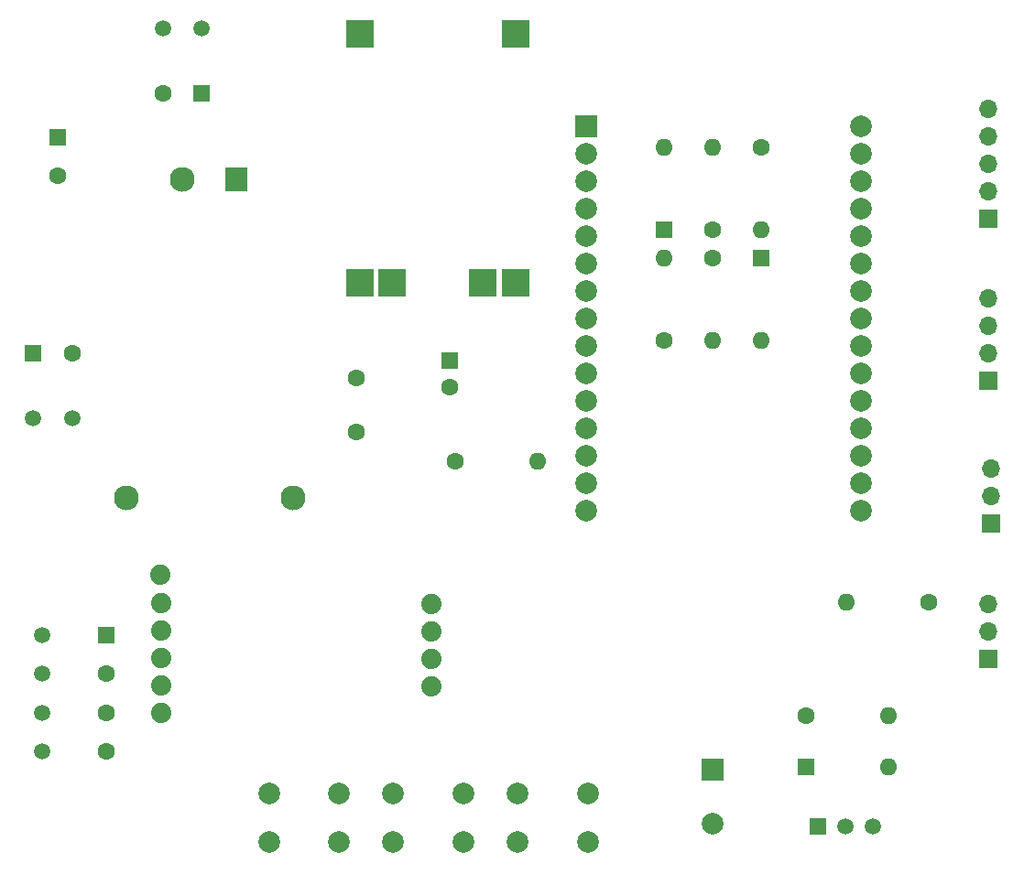
<source format=gbr>
%TF.GenerationSoftware,KiCad,Pcbnew,(6.0.1)*%
%TF.CreationDate,2022-06-09T16:49:39-03:00*%
%TF.ProjectId,alimentador automatico para pets,616c696d-656e-4746-9164-6f7220617574,rev?*%
%TF.SameCoordinates,Original*%
%TF.FileFunction,Soldermask,Top*%
%TF.FilePolarity,Negative*%
%FSLAX46Y46*%
G04 Gerber Fmt 4.6, Leading zero omitted, Abs format (unit mm)*
G04 Created by KiCad (PCBNEW (6.0.1)) date 2022-06-09 16:49:39*
%MOMM*%
%LPD*%
G01*
G04 APERTURE LIST*
G04 Aperture macros list*
%AMRoundRect*
0 Rectangle with rounded corners*
0 $1 Rounding radius*
0 $2 $3 $4 $5 $6 $7 $8 $9 X,Y pos of 4 corners*
0 Add a 4 corners polygon primitive as box body*
4,1,4,$2,$3,$4,$5,$6,$7,$8,$9,$2,$3,0*
0 Add four circle primitives for the rounded corners*
1,1,$1+$1,$2,$3*
1,1,$1+$1,$4,$5*
1,1,$1+$1,$6,$7*
1,1,$1+$1,$8,$9*
0 Add four rect primitives between the rounded corners*
20,1,$1+$1,$2,$3,$4,$5,0*
20,1,$1+$1,$4,$5,$6,$7,0*
20,1,$1+$1,$6,$7,$8,$9,0*
20,1,$1+$1,$8,$9,$2,$3,0*%
G04 Aperture macros list end*
%ADD10R,1.700000X1.700000*%
%ADD11O,1.700000X1.700000*%
%ADD12R,1.600000X1.600000*%
%ADD13O,1.600000X1.600000*%
%ADD14C,1.600000*%
%ADD15R,2.500000X2.500000*%
%ADD16C,1.500000*%
%ADD17RoundRect,0.250000X-0.550000X0.550000X-0.550000X-0.550000X0.550000X-0.550000X0.550000X0.550000X0*%
%ADD18RoundRect,0.250000X0.550000X0.550000X-0.550000X0.550000X-0.550000X-0.550000X0.550000X-0.550000X0*%
%ADD19R,1.500000X1.500000*%
%ADD20RoundRect,0.250000X-0.550000X-0.550000X0.550000X-0.550000X0.550000X0.550000X-0.550000X0.550000X0*%
%ADD21C,2.300000*%
%ADD22R,2.000000X2.300000*%
%ADD23C,1.879600*%
%ADD24R,2.000000X2.000000*%
%ADD25C,2.000000*%
G04 APERTURE END LIST*
D10*
%TO.C,J3*%
X114725000Y-74775000D03*
D11*
X114725000Y-72235000D03*
X114725000Y-69695000D03*
%TD*%
%TO.C,J4*%
X114500000Y-82195000D03*
X114500000Y-84735000D03*
D10*
X114500000Y-87275000D03*
%TD*%
D12*
%TO.C,D1*%
X93500000Y-50190000D03*
D13*
X93500000Y-57810000D03*
%TD*%
D14*
%TO.C,R6*%
X93500000Y-39940000D03*
D13*
X93500000Y-47560000D03*
%TD*%
D15*
%TO.C,U3*%
X70795000Y-29455000D03*
X56395000Y-29455000D03*
X56395000Y-52505000D03*
X59395000Y-52505000D03*
X67795000Y-52455000D03*
X70795000Y-52455000D03*
%TD*%
D16*
%TO.C,J2*%
X27000000Y-92270000D03*
X27000000Y-88670000D03*
X27000000Y-85070000D03*
X27000000Y-95870000D03*
D17*
X33000000Y-85070000D03*
D14*
X33000000Y-88670000D03*
X33000000Y-92270000D03*
X33000000Y-95870000D03*
%TD*%
%TO.C,R7*%
X97690000Y-92500000D03*
D13*
X105310000Y-92500000D03*
%TD*%
D14*
%TO.C,R3*%
X65190000Y-69000000D03*
D13*
X72810000Y-69000000D03*
%TD*%
D14*
%TO.C,C1*%
X56114000Y-66250000D03*
X56114000Y-61250000D03*
%TD*%
D16*
%TO.C,J1*%
X41800000Y-28975000D03*
X38200000Y-28975000D03*
D18*
X41800000Y-34975000D03*
D14*
X38200000Y-34975000D03*
%TD*%
%TO.C,R5*%
X84500000Y-57810000D03*
D13*
X84500000Y-50190000D03*
%TD*%
D19*
%TO.C,Q1*%
X98730000Y-102770000D03*
D16*
X101270000Y-102770000D03*
X103810000Y-102770000D03*
%TD*%
D10*
%TO.C,J6*%
X114500000Y-46550000D03*
D11*
X114500000Y-44010000D03*
X114500000Y-41470000D03*
X114500000Y-38930000D03*
X114500000Y-36390000D03*
%TD*%
D12*
%TO.C,D2*%
X84500000Y-47560000D03*
D13*
X84500000Y-39940000D03*
%TD*%
D16*
%TO.C,J7*%
X29800000Y-65025000D03*
X26200000Y-65025000D03*
D20*
X26200000Y-59025000D03*
D14*
X29800000Y-59025000D03*
%TD*%
D13*
%TO.C,R2*%
X101380000Y-82000000D03*
D14*
X109000000Y-82000000D03*
%TD*%
%TO.C,C2*%
X64750000Y-62172651D03*
D12*
X64750000Y-59672651D03*
%TD*%
D10*
%TO.C,J8*%
X114500000Y-61500000D03*
D11*
X114500000Y-58960000D03*
X114500000Y-56420000D03*
X114500000Y-53880000D03*
%TD*%
D17*
%TO.C,J5*%
X28500000Y-39000000D03*
D14*
X28500000Y-42600000D03*
%TD*%
D21*
%TO.C,PS1*%
X34800000Y-72337500D03*
X50200000Y-72337500D03*
X40000000Y-42937500D03*
D22*
X45000000Y-42937500D03*
%TD*%
D14*
%TO.C,R1*%
X89000000Y-47560000D03*
D13*
X89000000Y-39940000D03*
%TD*%
D14*
%TO.C,R4*%
X89000000Y-50190000D03*
D13*
X89000000Y-57810000D03*
%TD*%
D23*
%TO.C,U2*%
X63000000Y-89800000D03*
X63000000Y-87260000D03*
X63000000Y-84720000D03*
X63000000Y-82180000D03*
X38000000Y-79500000D03*
X38040000Y-82100000D03*
X38040000Y-84640000D03*
X38040000Y-87180000D03*
X38040000Y-89720000D03*
X38040000Y-92260000D03*
%TD*%
D24*
%TO.C,U1*%
X77300000Y-37985000D03*
D25*
X77300000Y-40525000D03*
X77300000Y-43065000D03*
X77300000Y-45605000D03*
X77300000Y-48145000D03*
X77300000Y-50685000D03*
X77300000Y-53225000D03*
X77300000Y-55765000D03*
X77300000Y-58305000D03*
X77300000Y-60845000D03*
X77300000Y-63385000D03*
X77300000Y-65925000D03*
X77300000Y-68465000D03*
X77300000Y-71005000D03*
X77300000Y-73545000D03*
X102700000Y-73545000D03*
X102700000Y-71005000D03*
X102700000Y-68465000D03*
X102700000Y-65925000D03*
X102700000Y-63385000D03*
X102700000Y-60845000D03*
X102700000Y-58305000D03*
X102700000Y-55765000D03*
X102700000Y-53225000D03*
X102700000Y-50685000D03*
X102700000Y-48145000D03*
X102700000Y-45605000D03*
X102700000Y-43065000D03*
X102700000Y-40525000D03*
X102700000Y-37985000D03*
%TD*%
D13*
%TO.C,D4*%
X105310000Y-97250000D03*
D12*
X97690000Y-97250000D03*
%TD*%
D25*
%TO.C,BZ1*%
X89000000Y-102500000D03*
D24*
X89000000Y-97500000D03*
%TD*%
D25*
%TO.C,SW3*%
X54500000Y-99750000D03*
X48000000Y-99750000D03*
X54500000Y-104250000D03*
X48000000Y-104250000D03*
%TD*%
%TO.C,SW2*%
X66000000Y-99750000D03*
X59500000Y-99750000D03*
X66000000Y-104250000D03*
X59500000Y-104250000D03*
%TD*%
%TO.C,SW1*%
X71000000Y-99750000D03*
X77500000Y-99750000D03*
X71000000Y-104250000D03*
X77500000Y-104250000D03*
%TD*%
M02*

</source>
